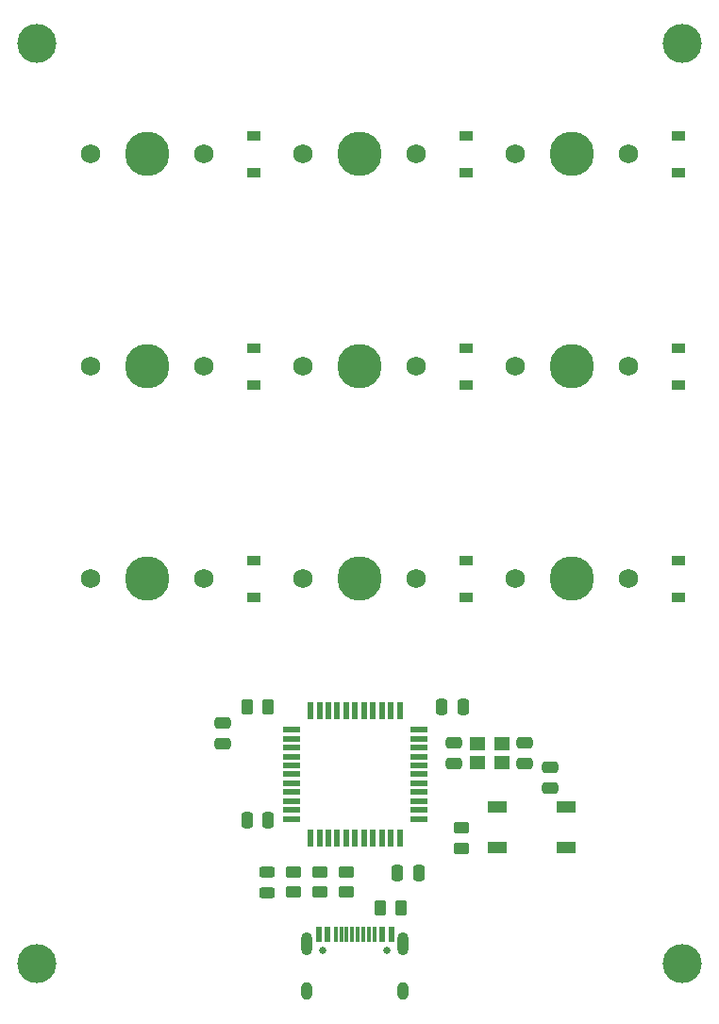
<source format=gbr>
%TF.GenerationSoftware,KiCad,Pcbnew,(6.0.8)*%
%TF.CreationDate,2022-10-08T14:38:13-07:00*%
%TF.ProjectId,9k-Keypad,396b2d4b-6579-4706-9164-2e6b69636164,rev?*%
%TF.SameCoordinates,Original*%
%TF.FileFunction,Soldermask,Top*%
%TF.FilePolarity,Negative*%
%FSLAX46Y46*%
G04 Gerber Fmt 4.6, Leading zero omitted, Abs format (unit mm)*
G04 Created by KiCad (PCBNEW (6.0.8)) date 2022-10-08 14:38:13*
%MOMM*%
%LPD*%
G01*
G04 APERTURE LIST*
G04 Aperture macros list*
%AMRoundRect*
0 Rectangle with rounded corners*
0 $1 Rounding radius*
0 $2 $3 $4 $5 $6 $7 $8 $9 X,Y pos of 4 corners*
0 Add a 4 corners polygon primitive as box body*
4,1,4,$2,$3,$4,$5,$6,$7,$8,$9,$2,$3,0*
0 Add four circle primitives for the rounded corners*
1,1,$1+$1,$2,$3*
1,1,$1+$1,$4,$5*
1,1,$1+$1,$6,$7*
1,1,$1+$1,$8,$9*
0 Add four rect primitives between the rounded corners*
20,1,$1+$1,$2,$3,$4,$5,0*
20,1,$1+$1,$4,$5,$6,$7,0*
20,1,$1+$1,$6,$7,$8,$9,0*
20,1,$1+$1,$8,$9,$2,$3,0*%
G04 Aperture macros list end*
%ADD10C,3.987800*%
%ADD11C,1.750000*%
%ADD12C,3.500000*%
%ADD13RoundRect,0.250000X-0.262500X-0.450000X0.262500X-0.450000X0.262500X0.450000X-0.262500X0.450000X0*%
%ADD14RoundRect,0.250000X-0.450000X0.262500X-0.450000X-0.262500X0.450000X-0.262500X0.450000X0.262500X0*%
%ADD15R,1.200000X0.900000*%
%ADD16RoundRect,0.250000X-0.475000X0.250000X-0.475000X-0.250000X0.475000X-0.250000X0.475000X0.250000X0*%
%ADD17RoundRect,0.250000X0.450000X-0.262500X0.450000X0.262500X-0.450000X0.262500X-0.450000X-0.262500X0*%
%ADD18C,0.650000*%
%ADD19R,0.600000X1.450000*%
%ADD20R,0.300000X1.450000*%
%ADD21O,1.000000X2.100000*%
%ADD22O,1.000000X1.600000*%
%ADD23RoundRect,0.250000X0.475000X-0.250000X0.475000X0.250000X-0.475000X0.250000X-0.475000X-0.250000X0*%
%ADD24RoundRect,0.250000X-0.250000X-0.475000X0.250000X-0.475000X0.250000X0.475000X-0.250000X0.475000X0*%
%ADD25RoundRect,0.243750X0.456250X-0.243750X0.456250X0.243750X-0.456250X0.243750X-0.456250X-0.243750X0*%
%ADD26R,1.800000X1.100000*%
%ADD27R,0.550000X1.500000*%
%ADD28R,1.500000X0.550000*%
%ADD29R,1.400000X1.200000*%
%ADD30RoundRect,0.250000X0.250000X0.475000X-0.250000X0.475000X-0.250000X-0.475000X0.250000X-0.475000X0*%
G04 APERTURE END LIST*
D10*
%TO.C,MX5*%
X114725080Y-98056330D03*
D11*
X109645080Y-98056330D03*
X119805080Y-98056330D03*
%TD*%
D12*
%TO.C,REF\u002A\u002A*%
X85725000Y-69056250D03*
%TD*%
D13*
%TO.C,R4*%
X104656250Y-128587500D03*
X106481250Y-128587500D03*
%TD*%
D10*
%TO.C,MX8*%
X114725080Y-117106330D03*
D11*
X119805080Y-117106330D03*
X109645080Y-117106330D03*
%TD*%
D14*
%TO.C,R3*%
X111125000Y-143387178D03*
X111125000Y-145212178D03*
%TD*%
D15*
%TO.C,D2*%
X124250080Y-80656330D03*
X124250080Y-77356330D03*
%TD*%
D10*
%TO.C,MX7*%
X95675080Y-117106330D03*
D11*
X90595080Y-117106330D03*
X100755080Y-117106330D03*
%TD*%
D12*
%TO.C,REF\u002A\u002A*%
X143668750Y-151606250D03*
%TD*%
D16*
%TO.C,C1*%
X129540000Y-131758428D03*
X129540000Y-133658428D03*
%TD*%
D15*
%TO.C,D7*%
X105200080Y-118756330D03*
X105200080Y-115456330D03*
%TD*%
%TO.C,D8*%
X124250080Y-118756330D03*
X124250080Y-115456330D03*
%TD*%
D17*
%TO.C,R5*%
X108743750Y-145212178D03*
X108743750Y-143387178D03*
%TD*%
D13*
%TO.C,R6*%
X116562500Y-146640000D03*
X118387500Y-146640000D03*
%TD*%
D10*
%TO.C,MX9*%
X133775080Y-117106330D03*
D11*
X128695080Y-117106330D03*
X138855080Y-117106330D03*
%TD*%
D10*
%TO.C,MX3*%
X133775080Y-79006330D03*
D11*
X138855080Y-79006330D03*
X128695080Y-79006330D03*
%TD*%
D18*
%TO.C,J1*%
X117190000Y-150390000D03*
X111410000Y-150390000D03*
D19*
X111050000Y-148945000D03*
X111850000Y-148945000D03*
D20*
X113050000Y-148945000D03*
X114050000Y-148945000D03*
X114550000Y-148945000D03*
X115550000Y-148945000D03*
D19*
X116750000Y-148945000D03*
X117550000Y-148945000D03*
X117550000Y-148945000D03*
X116750000Y-148945000D03*
D20*
X116050000Y-148945000D03*
X115050000Y-148945000D03*
X113550000Y-148945000D03*
X112550000Y-148945000D03*
D19*
X111850000Y-148945000D03*
X111050000Y-148945000D03*
D21*
X118620000Y-149860000D03*
D22*
X109980000Y-154040000D03*
X118620000Y-154040000D03*
D21*
X109980000Y-149860000D03*
%TD*%
D23*
%TO.C,C2*%
X123190000Y-133658428D03*
X123190000Y-131758428D03*
%TD*%
D11*
%TO.C,MX6*%
X128695080Y-98056330D03*
X138855080Y-98056330D03*
D10*
X133775080Y-98056330D03*
%TD*%
D12*
%TO.C,REF\u002A\u002A*%
X143668750Y-69056250D03*
%TD*%
%TO.C,REF\u002A\u002A*%
X85725000Y-151606250D03*
%TD*%
D16*
%TO.C,C7*%
X102393750Y-130018750D03*
X102393750Y-131918750D03*
%TD*%
D17*
%TO.C,R1*%
X123825000Y-141243428D03*
X123825000Y-139418428D03*
%TD*%
D24*
%TO.C,C3*%
X118112500Y-143505928D03*
X120012500Y-143505928D03*
%TD*%
D15*
%TO.C,D5*%
X124250080Y-99706330D03*
X124250080Y-96406330D03*
%TD*%
D23*
%TO.C,C4*%
X131762500Y-135887500D03*
X131762500Y-133987500D03*
%TD*%
D25*
%TO.C,F1*%
X106362500Y-145237178D03*
X106362500Y-143362178D03*
%TD*%
D15*
%TO.C,D3*%
X143300080Y-80656330D03*
X143300080Y-77356330D03*
%TD*%
D14*
%TO.C,R2*%
X113506250Y-143387178D03*
X113506250Y-145212178D03*
%TD*%
D26*
%TO.C,S1*%
X133275000Y-141228428D03*
X127075000Y-137528428D03*
X133275000Y-137528428D03*
X127075000Y-141228428D03*
%TD*%
D15*
%TO.C,D9*%
X143300080Y-118756330D03*
X143300080Y-115456330D03*
%TD*%
%TO.C,D6*%
X143300080Y-99706330D03*
X143300080Y-96406330D03*
%TD*%
%TO.C,D4*%
X105200080Y-99706330D03*
X105200080Y-96406330D03*
%TD*%
D11*
%TO.C,MX2*%
X119805080Y-79006330D03*
D10*
X114725080Y-79006330D03*
D11*
X109645080Y-79006330D03*
%TD*%
%TO.C,MX4*%
X100755080Y-98056330D03*
X90595080Y-98056330D03*
D10*
X95675080Y-98056330D03*
%TD*%
D24*
%TO.C,C5*%
X122081250Y-128587500D03*
X123981250Y-128587500D03*
%TD*%
D27*
%TO.C,U1*%
X110300000Y-140330928D03*
X111100000Y-140330928D03*
X111900000Y-140330928D03*
X112700000Y-140330928D03*
X113500000Y-140330928D03*
X114300000Y-140330928D03*
X115100000Y-140330928D03*
X115900000Y-140330928D03*
X116700000Y-140330928D03*
X117500000Y-140330928D03*
X118300000Y-140330928D03*
D28*
X120000000Y-138630928D03*
X120000000Y-137830928D03*
X120000000Y-137030928D03*
X120000000Y-136230928D03*
X120000000Y-135430928D03*
X120000000Y-134630928D03*
X120000000Y-133830928D03*
X120000000Y-133030928D03*
X120000000Y-132230928D03*
X120000000Y-131430928D03*
X120000000Y-130630928D03*
D27*
X118300000Y-128930928D03*
X117500000Y-128930928D03*
X116700000Y-128930928D03*
X115900000Y-128930928D03*
X115100000Y-128930928D03*
X114300000Y-128930928D03*
X113500000Y-128930928D03*
X112700000Y-128930928D03*
X111900000Y-128930928D03*
X111100000Y-128930928D03*
X110300000Y-128930928D03*
D28*
X108600000Y-130630928D03*
X108600000Y-131430928D03*
X108600000Y-132230928D03*
X108600000Y-133030928D03*
X108600000Y-133830928D03*
X108600000Y-134630928D03*
X108600000Y-135430928D03*
X108600000Y-136230928D03*
X108600000Y-137030928D03*
X108600000Y-137830928D03*
X108600000Y-138630928D03*
%TD*%
D29*
%TO.C,Y1*%
X127465000Y-131858428D03*
X125265000Y-131858428D03*
X125265000Y-133558428D03*
X127465000Y-133558428D03*
%TD*%
D30*
%TO.C,C6*%
X106518750Y-138743428D03*
X104618750Y-138743428D03*
%TD*%
D15*
%TO.C,D1*%
X105200080Y-80656330D03*
X105200080Y-77356330D03*
%TD*%
D11*
%TO.C,MX1*%
X100755080Y-79006330D03*
X90595080Y-79006330D03*
D10*
X95675080Y-79006330D03*
%TD*%
M02*

</source>
